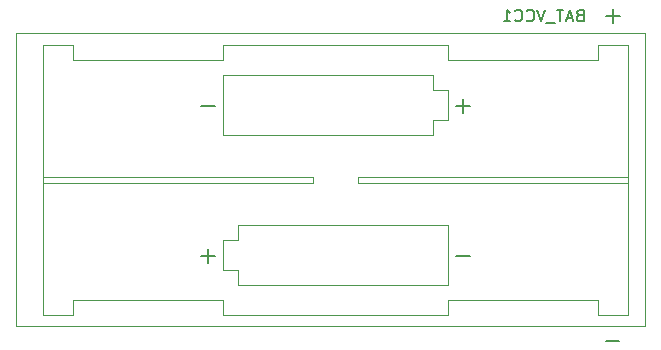
<source format=gbo>
G04 #@! TF.FileFunction,Legend,Bot*
%FSLAX46Y46*%
G04 Gerber Fmt 4.6, Leading zero omitted, Abs format (unit mm)*
G04 Created by KiCad (PCBNEW 4.0.7) date 02/28/18 21:52:48*
%MOMM*%
%LPD*%
G01*
G04 APERTURE LIST*
%ADD10C,0.100000*%
%ADD11C,0.120000*%
%ADD12C,0.150000*%
G04 APERTURE END LIST*
D10*
D11*
X118613200Y-111815600D02*
X118613200Y-87015600D01*
X171813200Y-111815600D02*
X118613200Y-111815600D01*
X171813200Y-87015600D02*
X171813200Y-111815600D01*
X118613200Y-87015600D02*
X171813200Y-87015600D01*
X155143200Y-108305600D02*
X155143200Y-103225600D01*
X155143200Y-103225600D02*
X137363200Y-103225600D01*
X137363200Y-103225600D02*
X137363200Y-104495600D01*
X137363200Y-104495600D02*
X136093200Y-104495600D01*
X136093200Y-104495600D02*
X136093200Y-107035600D01*
X136093200Y-107035600D02*
X137363200Y-107035600D01*
X137363200Y-107035600D02*
X137363200Y-108305600D01*
X137363200Y-108305600D02*
X155143200Y-108305600D01*
X136093200Y-91795600D02*
X136093200Y-95605600D01*
X136093200Y-95605600D02*
X153873200Y-95605600D01*
X153873200Y-95605600D02*
X153873200Y-94335600D01*
X153873200Y-94335600D02*
X155143200Y-94335600D01*
X155143200Y-94335600D02*
X155143200Y-91795600D01*
X155143200Y-91795600D02*
X153873200Y-91795600D01*
X153873200Y-91795600D02*
X153873200Y-90525600D01*
X153873200Y-90525600D02*
X136093200Y-90525600D01*
X136093200Y-90525600D02*
X136093200Y-91795600D01*
X170383200Y-99161600D02*
X147523200Y-99161600D01*
X147523200Y-99161600D02*
X147523200Y-99669600D01*
X147523200Y-99669600D02*
X170383200Y-99669600D01*
X120853200Y-99161600D02*
X143713200Y-99161600D01*
X143713200Y-99161600D02*
X143713200Y-99669600D01*
X143713200Y-99669600D02*
X120853200Y-99669600D01*
X155143200Y-109575600D02*
X155143200Y-110845600D01*
X155143200Y-110845600D02*
X136093200Y-110845600D01*
X136093200Y-110845600D02*
X136093200Y-109575600D01*
X123393200Y-89255600D02*
X136093200Y-89255600D01*
X136093200Y-89255600D02*
X136093200Y-87985600D01*
X136093200Y-87985600D02*
X155143200Y-87985600D01*
X155143200Y-87985600D02*
X155143200Y-89255600D01*
X123393200Y-109575600D02*
X136093200Y-109575600D01*
X167843200Y-89255600D02*
X155143200Y-89255600D01*
X167843200Y-89255600D02*
X167843200Y-87985600D01*
X167843200Y-87985600D02*
X170383200Y-87985600D01*
X170383200Y-87985600D02*
X170383200Y-110845600D01*
X170383200Y-110845600D02*
X167843200Y-110845600D01*
X167843200Y-110845600D02*
X167843200Y-109575600D01*
X167843200Y-109575600D02*
X155143200Y-109575600D01*
X120853200Y-87985600D02*
X123393200Y-87985600D01*
X123393200Y-87985600D02*
X123393200Y-89255600D01*
X120853200Y-87985600D02*
X120853200Y-110845600D01*
X120853200Y-110845600D02*
X123393200Y-110845600D01*
X123393200Y-110845600D02*
X123393200Y-109575600D01*
D12*
X166295009Y-85475771D02*
X166152152Y-85523390D01*
X166104533Y-85571010D01*
X166056914Y-85666248D01*
X166056914Y-85809105D01*
X166104533Y-85904343D01*
X166152152Y-85951962D01*
X166247390Y-85999581D01*
X166628343Y-85999581D01*
X166628343Y-84999581D01*
X166295009Y-84999581D01*
X166199771Y-85047200D01*
X166152152Y-85094819D01*
X166104533Y-85190057D01*
X166104533Y-85285295D01*
X166152152Y-85380533D01*
X166199771Y-85428152D01*
X166295009Y-85475771D01*
X166628343Y-85475771D01*
X165675962Y-85713867D02*
X165199771Y-85713867D01*
X165771200Y-85999581D02*
X165437867Y-84999581D01*
X165104533Y-85999581D01*
X164914057Y-84999581D02*
X164342628Y-84999581D01*
X164628343Y-85999581D02*
X164628343Y-84999581D01*
X164247390Y-86094819D02*
X163485485Y-86094819D01*
X163390247Y-84999581D02*
X163056914Y-85999581D01*
X162723580Y-84999581D01*
X161818818Y-85904343D02*
X161866437Y-85951962D01*
X162009294Y-85999581D01*
X162104532Y-85999581D01*
X162247390Y-85951962D01*
X162342628Y-85856724D01*
X162390247Y-85761486D01*
X162437866Y-85571010D01*
X162437866Y-85428152D01*
X162390247Y-85237676D01*
X162342628Y-85142438D01*
X162247390Y-85047200D01*
X162104532Y-84999581D01*
X162009294Y-84999581D01*
X161866437Y-85047200D01*
X161818818Y-85094819D01*
X160818818Y-85904343D02*
X160866437Y-85951962D01*
X161009294Y-85999581D01*
X161104532Y-85999581D01*
X161247390Y-85951962D01*
X161342628Y-85856724D01*
X161390247Y-85761486D01*
X161437866Y-85571010D01*
X161437866Y-85428152D01*
X161390247Y-85237676D01*
X161342628Y-85142438D01*
X161247390Y-85047200D01*
X161104532Y-84999581D01*
X161009294Y-84999581D01*
X160866437Y-85047200D01*
X160818818Y-85094819D01*
X159866437Y-85999581D02*
X160437866Y-85999581D01*
X160152152Y-85999581D02*
X160152152Y-84999581D01*
X160247390Y-85142438D01*
X160342628Y-85237676D01*
X160437866Y-85285295D01*
X135394628Y-93172743D02*
X134251771Y-93172743D01*
X156984628Y-93172743D02*
X155841771Y-93172743D01*
X156413200Y-93744171D02*
X156413200Y-92601314D01*
X135394628Y-105872743D02*
X134251771Y-105872743D01*
X134823200Y-106444171D02*
X134823200Y-105301314D01*
X156984628Y-105872743D02*
X155841771Y-105872743D01*
X169684628Y-85552743D02*
X168541771Y-85552743D01*
X169113200Y-86124171D02*
X169113200Y-84981314D01*
X169633828Y-113035543D02*
X168490971Y-113035543D01*
M02*

</source>
